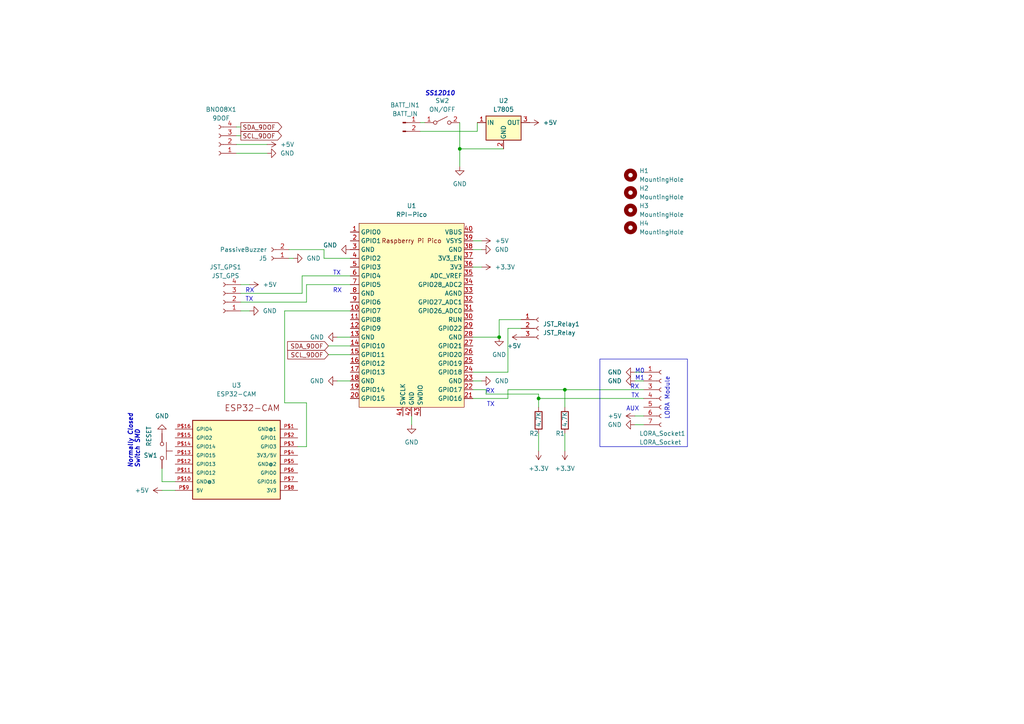
<source format=kicad_sch>
(kicad_sch (version 20230121) (generator eeschema)
  (paper "A4")
  (lib_symbols
    (symbol "Connector:Conn_01x02_Pin" (pin_names (offset 1.016) hide)
      (property "Reference" "J" (at 0 2.54 0))
      (property "Value" "Conn_01x02_Pin" (at 0 -5.08 0))
      (symbol "Conn_01x02_Pin_1_1"
        (polyline (pts (xy 1.27 -2.54) (xy 0.8636 -2.54)) (stroke (width 0.1524)))
        (polyline (pts (xy 1.27 0) (xy 0.8636 0)) (stroke (width 0.1524)))
        (rectangle (start 0.8636 -2.413) (end 0 -2.667) (stroke (width 0.1524)) (fill (type outline)))
        (rectangle (start 0.8636 0.127) (end 0 -0.127) (stroke (width 0.1524)) (fill (type outline)))
        (pin passive line (at 5.08 0 180) (length 3.81) (name "Pin_1") (number "1"))
        (pin passive line (at 5.08 -2.54 180) (length 3.81) (name "Pin_2") (number "2"))
      )
    )
    (symbol "Connector:Conn_01x02_Socket" (pin_names (offset 1.016) hide)
      (property "Reference" "J" (at 0 2.54 0))
      (property "Value" "Conn_01x02_Socket" (at 0 -5.08 0))
      (symbol "Conn_01x02_Socket_1_1"
        (arc (start 0 -2.032) (mid -0.5058 -2.54) (end 0 -3.048) (stroke (width 0.1524)))
        (polyline (pts (xy -1.27 -2.54) (xy -0.508 -2.54)) (stroke (width 0.1524)))
        (polyline (pts (xy -1.27 0) (xy -0.508 0)) (stroke (width 0.1524)))
        (arc (start 0 0.508) (mid -0.5058 0) (end 0 -0.508) (stroke (width 0.1524)))
        (pin passive line (at -5.08 0 0) (length 3.81) (name "Pin_1") (number "1"))
        (pin passive line (at -5.08 -2.54 0) (length 3.81) (name "Pin_2") (number "2"))
      )
    )
    (symbol "Connector:Conn_01x03_Socket" (pin_names (offset 1.016) hide)
      (property "Reference" "J" (at 0 5.08 0))
      (property "Value" "Conn_01x03_Socket" (at 0 -5.08 0))
      (symbol "Conn_01x03_Socket_1_1"
        (arc (start 0 -2.032) (mid -0.5058 -2.54) (end 0 -3.048) (stroke (width 0.1524)))
        (polyline (pts (xy -1.27 -2.54) (xy -0.508 -2.54)) (stroke (width 0.1524)))
        (polyline (pts (xy -1.27 0) (xy -0.508 0)) (stroke (width 0.1524)))
        (polyline (pts (xy -1.27 2.54) (xy -0.508 2.54)) (stroke (width 0.1524)))
        (arc (start 0 0.508) (mid -0.5058 0) (end 0 -0.508) (stroke (width 0.1524)))
        (arc (start 0 3.048) (mid -0.5058 2.54) (end 0 2.032) (stroke (width 0.1524)))
        (pin passive line (at -5.08 2.54 0) (length 3.81) (name "Pin_1") (number "1"))
        (pin passive line (at -5.08 0 0) (length 3.81) (name "Pin_2") (number "2"))
        (pin passive line (at -5.08 -2.54 0) (length 3.81) (name "Pin_3") (number "3"))
      )
    )
    (symbol "Connector:Conn_01x04_Socket" (pin_names (offset 1.016) hide)
      (property "Reference" "J" (at 0 5.08 0))
      (property "Value" "Conn_01x04_Socket" (at 0 -7.62 0))
      (symbol "Conn_01x04_Socket_1_1"
        (arc (start 0 -4.572) (mid -0.5058 -5.08) (end 0 -5.588) (stroke (width 0.1524)))
        (arc (start 0 -2.032) (mid -0.5058 -2.54) (end 0 -3.048) (stroke (width 0.1524)))
        (polyline (pts (xy -1.27 -5.08) (xy -0.508 -5.08)) (stroke (width 0.1524)))
        (polyline (pts (xy -1.27 -2.54) (xy -0.508 -2.54)) (stroke (width 0.1524)))
        (polyline (pts (xy -1.27 0) (xy -0.508 0)) (stroke (width 0.1524)))
        (polyline (pts (xy -1.27 2.54) (xy -0.508 2.54)) (stroke (width 0.1524)))
        (arc (start 0 0.508) (mid -0.5058 0) (end 0 -0.508) (stroke (width 0.1524)))
        (arc (start 0 3.048) (mid -0.5058 2.54) (end 0 2.032) (stroke (width 0.1524)))
        (pin passive line (at -5.08 2.54 0) (length 3.81) (name "Pin_1") (number "1"))
        (pin passive line (at -5.08 0 0) (length 3.81) (name "Pin_2") (number "2"))
        (pin passive line (at -5.08 -2.54 0) (length 3.81) (name "Pin_3") (number "3"))
        (pin passive line (at -5.08 -5.08 0) (length 3.81) (name "Pin_4") (number "4"))
      )
    )
    (symbol "Connector:Conn_01x07_Socket" (pin_names (offset 1.016) hide)
      (property "Reference" "J" (at 0 10.16 0))
      (property "Value" "Conn_01x07_Socket" (at 0 -10.16 0))
      (symbol "Conn_01x07_Socket_1_1"
        (arc (start 0 -7.112) (mid -0.5058 -7.62) (end 0 -8.128) (stroke (width 0.1524)))
        (arc (start 0 -4.572) (mid -0.5058 -5.08) (end 0 -5.588) (stroke (width 0.1524)))
        (arc (start 0 -2.032) (mid -0.5058 -2.54) (end 0 -3.048) (stroke (width 0.1524)))
        (polyline (pts (xy -1.27 -7.62) (xy -0.508 -7.62)) (stroke (width 0.1524)))
        (polyline (pts (xy -1.27 -5.08) (xy -0.508 -5.08)) (stroke (width 0.1524)))
        (polyline (pts (xy -1.27 -2.54) (xy -0.508 -2.54)) (stroke (width 0.1524)))
        (polyline (pts (xy -1.27 0) (xy -0.508 0)) (stroke (width 0.1524)))
        (polyline (pts (xy -1.27 2.54) (xy -0.508 2.54)) (stroke (width 0.1524)))
        (polyline (pts (xy -1.27 5.08) (xy -0.508 5.08)) (stroke (width 0.1524)))
        (polyline (pts (xy -1.27 7.62) (xy -0.508 7.62)) (stroke (width 0.1524)))
        (arc (start 0 0.508) (mid -0.5058 0) (end 0 -0.508) (stroke (width 0.1524)))
        (arc (start 0 3.048) (mid -0.5058 2.54) (end 0 2.032) (stroke (width 0.1524)))
        (arc (start 0 5.588) (mid -0.5058 5.08) (end 0 4.572) (stroke (width 0.1524)))
        (arc (start 0 8.128) (mid -0.5058 7.62) (end 0 7.112) (stroke (width 0.1524)))
        (pin passive line (at -5.08 7.62 0) (length 3.81) (name "Pin_1") (number "1"))
        (pin passive line (at -5.08 5.08 0) (length 3.81) (name "Pin_2") (number "2"))
        (pin passive line (at -5.08 2.54 0) (length 3.81) (name "Pin_3") (number "3"))
        (pin passive line (at -5.08 0 0) (length 3.81) (name "Pin_4") (number "4"))
        (pin passive line (at -5.08 -2.54 0) (length 3.81) (name "Pin_5") (number "5"))
        (pin passive line (at -5.08 -5.08 0) (length 3.81) (name "Pin_6") (number "6"))
        (pin passive line (at -5.08 -7.62 0) (length 3.81) (name "Pin_7") (number "7"))
      )
    )
    (symbol "Device:R" (pin_numbers hide) (pin_names (offset 0))
      (property "Reference" "R" (at 2.032 0 90))
      (property "Value" "R" (at 0 0 90))
      (symbol "R_0_1"
        (rectangle (start -1.016 -2.54) (end 1.016 2.54) (stroke (width 0.254)))
      )
      (symbol "R_1_1"
        (pin passive line (at 0 3.81 270) (length 1.27) (name "~") (number "1"))
        (pin passive line (at 0 -3.81 90) (length 1.27) (name "~") (number "2"))
      )
    )
    (symbol "ESP32-CAM:ESP32-CAM" (pin_names (offset 1.016))
      (property "Reference" "U" (at 0 0 0))
      (property "Value" "ESP32-CAM" (at 0 0 0))
      (symbol "ESP32-CAM_0_0"
        (rectangle (start -12.7 -10.16) (end 12.7 12.7) (stroke (width 0.254)) (fill (type background)))
        (text "ESP32-CAM" (at -12.7 15.24 0) (effects (font (size 1.778 1.778)) (justify left bottom)))
        (pin bidirectional line (at -17.78 10.16 0) (length 5.08) (name "GND@1") (number "P$1"))
        (pin bidirectional line (at 17.78 -5.08 180) (length 5.08) (name "GND@3") (number "P$10"))
        (pin bidirectional line (at 17.78 -2.54 180) (length 5.08) (name "GPIO12") (number "P$11"))
        (pin bidirectional line (at 17.78 0 180) (length 5.08) (name "GPIO13") (number "P$12"))
        (pin bidirectional line (at 17.78 2.54 180) (length 5.08) (name "GPIO15") (number "P$13"))
        (pin bidirectional line (at 17.78 5.08 180) (length 5.08) (name "GPIO14") (number "P$14"))
        (pin bidirectional line (at 17.78 7.62 180) (length 5.08) (name "GPIO2") (number "P$15"))
        (pin bidirectional line (at 17.78 10.16 180) (length 5.08) (name "GPIO4") (number "P$16"))
        (pin bidirectional line (at -17.78 7.62 0) (length 5.08) (name "GPIO1") (number "P$2"))
        (pin bidirectional line (at -17.78 5.08 0) (length 5.08) (name "GPIO3") (number "P$3"))
        (pin bidirectional line (at -17.78 2.54 0) (length 5.08) (name "3V3/5V") (number "P$4"))
        (pin bidirectional line (at -17.78 0 0) (length 5.08) (name "GND@2") (number "P$5"))
        (pin bidirectional line (at -17.78 -2.54 0) (length 5.08) (name "GPIO0") (number "P$6"))
        (pin bidirectional line (at -17.78 -5.08 0) (length 5.08) (name "GPIO16") (number "P$7"))
        (pin bidirectional line (at -17.78 -7.62 0) (length 5.08) (name "3V3") (number "P$8"))
        (pin bidirectional line (at 17.78 -7.62 180) (length 5.08) (name "5V") (number "P$9"))
      )
    )
    (symbol "Mechanical:MountingHole" (pin_names (offset 1.016))
      (property "Reference" "H" (at 0 5.08 0))
      (property "Value" "MountingHole" (at 0 3.175 0))
      (symbol "MountingHole_0_1"
        (circle (center 0 0) (radius 1.27) (stroke (width 1.27)))
      )
    )
    (symbol "RP2040:Pico"
      (property "Reference" "U" (at -13.97 27.94 0))
      (property "Value" "Pico" (at 0 19.05 0))
      (symbol "Pico_0_0"
        (text "Raspberry Pi Pico" (at 0 21.59 0) (effects (font (size 1.27 1.27))))
      )
      (symbol "Pico_0_1"
        (rectangle (start -15.24 26.67) (end 15.24 -26.67) (fill (type background)))
      )
      (symbol "Pico_1_1"
        (pin bidirectional line (at -17.78 24.13 0) (length 2.54) (name "GPIO0") (number "1"))
        (pin bidirectional line (at -17.78 1.27 0) (length 2.54) (name "GPIO7") (number "10"))
        (pin bidirectional line (at -17.78 -1.27 0) (length 2.54) (name "GPIO8") (number "11"))
        (pin bidirectional line (at -17.78 -3.81 0) (length 2.54) (name "GPIO9") (number "12"))
        (pin power_in line (at -17.78 -6.35 0) (length 2.54) (name "GND") (number "13"))
        (pin bidirectional line (at -17.78 -8.89 0) (length 2.54) (name "GPIO10") (number "14"))
        (pin bidirectional line (at -17.78 -11.43 0) (length 2.54) (name "GPIO11") (number "15"))
        (pin bidirectional line (at -17.78 -13.97 0) (length 2.54) (name "GPIO12") (number "16"))
        (pin bidirectional line (at -17.78 -16.51 0) (length 2.54) (name "GPIO13") (number "17"))
        (pin power_in line (at -17.78 -19.05 0) (length 2.54) (name "GND") (number "18"))
        (pin bidirectional line (at -17.78 -21.59 0) (length 2.54) (name "GPIO14") (number "19"))
        (pin bidirectional line (at -17.78 21.59 0) (length 2.54) (name "GPIO1") (number "2"))
        (pin bidirectional line (at -17.78 -24.13 0) (length 2.54) (name "GPIO15") (number "20"))
        (pin bidirectional line (at 17.78 -24.13 180) (length 2.54) (name "GPIO16") (number "21"))
        (pin bidirectional line (at 17.78 -21.59 180) (length 2.54) (name "GPIO17") (number "22"))
        (pin power_in line (at 17.78 -19.05 180) (length 2.54) (name "GND") (number "23"))
        (pin bidirectional line (at 17.78 -16.51 180) (length 2.54) (name "GPIO18") (number "24"))
        (pin bidirectional line (at 17.78 -13.97 180) (length 2.54) (name "GPIO19") (number "25"))
        (pin bidirectional line (at 17.78 -11.43 180) (length 2.54) (name "GPIO20") (number "26"))
        (pin bidirectional line (at 17.78 -8.89 180) (length 2.54) (name "GPIO21") (number "27"))
        (pin power_in line (at 17.78 -6.35 180) (length 2.54) (name "GND") (number "28"))
        (pin bidirectional line (at 17.78 -3.81 180) (length 2.54) (name "GPIO22") (number "29"))
        (pin power_in line (at -17.78 19.05 0) (length 2.54) (name "GND") (number "3"))
        (pin input line (at 17.78 -1.27 180) (length 2.54) (name "RUN") (number "30"))
        (pin bidirectional line (at 17.78 1.27 180) (length 2.54) (name "GPIO26_ADC0") (number "31"))
        (pin bidirectional line (at 17.78 3.81 180) (length 2.54) (name "GPIO27_ADC1") (number "32"))
        (pin power_in line (at 17.78 6.35 180) (length 2.54) (name "AGND") (number "33"))
        (pin bidirectional line (at 17.78 8.89 180) (length 2.54) (name "GPIO28_ADC2") (number "34"))
        (pin power_in line (at 17.78 11.43 180) (length 2.54) (name "ADC_VREF") (number "35"))
        (pin power_in line (at 17.78 13.97 180) (length 2.54) (name "3V3") (number "36"))
        (pin input line (at 17.78 16.51 180) (length 2.54) (name "3V3_EN") (number "37"))
        (pin bidirectional line (at 17.78 19.05 180) (length 2.54) (name "GND") (number "38"))
        (pin power_in line (at 17.78 21.59 180) (length 2.54) (name "VSYS") (number "39"))
        (pin bidirectional line (at -17.78 16.51 0) (length 2.54) (name "GPIO2") (number "4"))
        (pin power_in line (at 17.78 24.13 180) (length 2.54) (name "VBUS") (number "40"))
        (pin input line (at -2.54 -29.21 90) (length 2.54) (name "SWCLK") (number "41"))
        (pin power_in line (at 0 -29.21 90) (length 2.54) (name "GND") (number "42"))
        (pin bidirectional line (at 2.54 -29.21 90) (length 2.54) (name "SWDIO") (number "43"))
        (pin bidirectional line (at -17.78 13.97 0) (length 2.54) (name "GPIO3") (number "5"))
        (pin bidirectional line (at -17.78 11.43 0) (length 2.54) (name "GPIO4") (number "6"))
        (pin bidirectional line (at -17.78 8.89 0) (length 2.54) (name "GPIO5") (number "7"))
        (pin power_in line (at -17.78 6.35 0) (length 2.54) (name "GND") (number "8"))
        (pin bidirectional line (at -17.78 3.81 0) (length 2.54) (name "GPIO6") (number "9"))
      )
    )
    (symbol "Regulator_Linear:L7805" (pin_names (offset 0.254))
      (property "Reference" "U" (at -3.81 3.175 0))
      (property "Value" "L7805" (at 0 3.175 0))
      (symbol "L7805_0_1"
        (rectangle (start -5.08 1.905) (end 5.08 -5.08) (stroke (width 0.254)) (fill (type background)))
      )
      (symbol "L7805_1_1"
        (pin power_in line (at -7.62 0 0) (length 2.54) (name "IN") (number "1"))
        (pin power_in line (at 0 -7.62 90) (length 2.54) (name "GND") (number "2"))
        (pin power_out line (at 7.62 0 180) (length 2.54) (name "OUT") (number "3"))
      )
    )
    (symbol "Switch:SW_Push" (pin_numbers hide) (pin_names (offset 1.016) hide)
      (property "Reference" "SW" (at 1.27 2.54 0))
      (property "Value" "SW_Push" (at 0 -1.524 0))
      (symbol "SW_Push_0_1"
        (circle (center -2.032 0) (radius 0.508))
        (polyline (pts (xy 0 1.27) (xy 0 3.048)))
        (polyline (pts (xy 2.54 1.27) (xy -2.54 1.27)))
        (circle (center 2.032 0) (radius 0.508))
        (pin passive line (at -5.08 0 0) (length 2.54) (name "1") (number "1"))
        (pin passive line (at 5.08 0 180) (length 2.54) (name "2") (number "2"))
      )
    )
    (symbol "Switch:SW_SPST" (pin_names (offset 0) hide)
      (property "Reference" "SW" (at 0 3.175 0))
      (property "Value" "SW_SPST" (at 0 -2.54 0))
      (symbol "SW_SPST_0_0"
        (circle (center -2.032 0) (radius 0.508))
        (polyline (pts (xy -1.524 0.254) (xy 1.524 1.778)))
        (circle (center 2.032 0) (radius 0.508))
      )
      (symbol "SW_SPST_1_1"
        (pin passive line (at -5.08 0 0) (length 2.54) (name "A") (number "1"))
        (pin passive line (at 5.08 0 180) (length 2.54) (name "B") (number "2"))
      )
    )
    (symbol "power:+3.3V" (power) (pin_names (offset 0))
      (property "Value" "+3.3V" (at 0 3.556 0))
      (symbol "+3.3V_0_1"
        (polyline (pts (xy -0.762 1.27) (xy 0 2.54)))
        (polyline (pts (xy 0 0) (xy 0 2.54)))
        (polyline (pts (xy 0 2.54) (xy 0.762 1.27)))
      )
      (symbol "+3.3V_1_1"
        (pin power_in line (at 0 0 90) (length 0) hide (name "+3.3V") (number "1"))
      )
    )
    (symbol "power:+5V" (power) (pin_names (offset 0))
      (property "Value" "+5V" (at 0 3.556 0))
      (symbol "+5V_0_1"
        (polyline (pts (xy -0.762 1.27) (xy 0 2.54)))
        (polyline (pts (xy 0 0) (xy 0 2.54)))
        (polyline (pts (xy 0 2.54) (xy 0.762 1.27)))
      )
      (symbol "+5V_1_1"
        (pin power_in line (at 0 0 90) (length 0) hide (name "+5V") (number "1"))
      )
    )
    (symbol "power:GND" (power) (pin_names (offset 0))
      (property "Value" "GND" (at 0 -3.81 0))
      (symbol "GND_0_1"
        (polyline (pts (xy 0 0) (xy 0 -1.27) (xy 1.27 -1.27) (xy 0 -2.54) (xy -1.27 -1.27) (xy 0 -1.27)))
      )
      (symbol "GND_1_1"
        (pin power_in line (at 0 0 270) (length 0) hide (name "GND") (number "1"))
      )
    )
  )
  (junction (at 163.83 113.03))
  (junction (at 156.21 115.57))
  (junction (at 133.35 43.18))
  (junction (at 144.78 97.79))
  (wire (pts (xy 156.21 114.3) (xy 156.21 115.57)))
  (wire (pts (xy 83.82 74.93) (xy 85.09 74.93)))
  (wire (pts (xy 46.99 142.24) (xy 50.8 142.24)))
  (wire (pts (xy 88.9 82.55) (xy 88.9 87.63)))
  (wire (pts (xy 82.55 90.17) (xy 82.55 116.84)))
  (wire (pts (xy 46.99 135.89) (xy 46.99 139.7)))
  (wire (pts (xy 186.69 107.95) (xy 184.15 107.95)))
  (wire (pts (xy 147.32 107.95) (xy 137.16 107.95)))
  (wire (pts (xy 93.98 74.93) (xy 101.6 74.93)))
  (wire (pts (xy 144.78 92.71) (xy 144.78 97.79)))
  (wire (pts (xy 186.69 120.65) (xy 184.15 120.65)))
  (wire (pts (xy 140.97 113.03) (xy 140.97 114.3)))
  (wire (pts (xy 147.32 113.03) (xy 147.32 115.57)))
  (wire (pts (xy 69.85 82.55) (xy 72.39 82.55)))
  (wire (pts (xy 137.16 69.85) (xy 139.7 69.85)))
  (wire (pts (xy 137.16 77.47) (xy 139.7 77.47)))
  (wire (pts (xy 88.9 87.63) (xy 69.85 87.63)))
  (wire (pts (xy 68.58 41.91) (xy 77.47 41.91)))
  (wire (pts (xy 69.85 90.17) (xy 72.39 90.17)))
  (wire (pts (xy 88.9 116.84) (xy 88.9 129.54)))
  (wire (pts (xy 83.82 72.39) (xy 93.98 72.39)))
  (wire (pts (xy 186.69 110.49) (xy 184.15 110.49)))
  (wire (pts (xy 138.43 38.1) (xy 138.43 35.56)))
  (wire (pts (xy 101.6 80.01) (xy 87.63 80.01)))
  (wire (pts (xy 101.6 90.17) (xy 82.55 90.17)))
  (wire (pts (xy 163.83 113.03) (xy 147.32 113.03)))
  (wire (pts (xy 97.79 97.79) (xy 101.6 97.79)))
  (wire (pts (xy 121.92 38.1) (xy 138.43 38.1)))
  (wire (pts (xy 82.55 116.84) (xy 88.9 116.84)))
  (wire (pts (xy 95.25 100.33) (xy 101.6 100.33)))
  (wire (pts (xy 87.63 85.09) (xy 69.85 85.09)))
  (wire (pts (xy 163.83 113.03) (xy 163.83 118.11)))
  (wire (pts (xy 133.35 35.56) (xy 133.35 43.18)))
  (wire (pts (xy 68.58 44.45) (xy 77.47 44.45)))
  (wire (pts (xy 151.13 95.25) (xy 147.32 95.25)))
  (wire (pts (xy 101.6 82.55) (xy 88.9 82.55)))
  (wire (pts (xy 147.32 95.25) (xy 147.32 107.95)))
  (wire (pts (xy 121.92 35.56) (xy 123.19 35.56)))
  (wire (pts (xy 93.98 72.39) (xy 93.98 74.93)))
  (wire (pts (xy 186.69 123.19) (xy 184.15 123.19)))
  (wire (pts (xy 133.35 43.18) (xy 146.05 43.18)))
  (wire (pts (xy 137.16 97.79) (xy 144.78 97.79)))
  (wire (pts (xy 95.25 102.87) (xy 101.6 102.87)))
  (wire (pts (xy 156.21 115.57) (xy 186.69 115.57)))
  (wire (pts (xy 87.63 80.01) (xy 87.63 85.09)))
  (wire (pts (xy 140.97 114.3) (xy 156.21 114.3)))
  (wire (pts (xy 163.83 125.73) (xy 163.83 130.81)))
  (wire (pts (xy 156.21 130.81) (xy 156.21 125.73)))
  (wire (pts (xy 69.85 39.37) (xy 68.58 39.37)))
  (wire (pts (xy 151.13 92.71) (xy 144.78 92.71)))
  (wire (pts (xy 69.85 36.83) (xy 68.58 36.83)))
  (wire (pts (xy 147.32 115.57) (xy 137.16 115.57)))
  (wire (pts (xy 133.35 48.26) (xy 133.35 43.18)))
  (wire (pts (xy 137.16 113.03) (xy 140.97 113.03)))
  (wire (pts (xy 97.79 110.49) (xy 101.6 110.49)))
  (wire (pts (xy 46.99 139.7) (xy 50.8 139.7)))
  (wire (pts (xy 137.16 72.39) (xy 139.7 72.39)))
  (wire (pts (xy 86.36 129.54) (xy 88.9 129.54)))
  (wire (pts (xy 119.38 120.65) (xy 119.38 123.19)))
  (wire (pts (xy 163.83 113.03) (xy 186.69 113.03)))
  (wire (pts (xy 156.21 118.11) (xy 156.21 115.57)))
  (wire (pts (xy 137.16 110.49) (xy 139.7 110.49)))
  (rectangle (start 173.99 104.14) (end 199.39 129.54))
  (text "TX" (at 96.52 80.01 0) (effects (font (size 1.27 1.27)) (justify left bottom)))
  (text "TX" (at 143.51 118.11 0) (effects (font (size 1.27 1.27)) (justify right bottom)))
  (text "Normally Closed\nSwitch SMD\n" (at 40.64 135.89 90) (effects (font (size 1.27 1.27) bold italic) (justify left bottom)))
  (text "RX" (at 71.12 85.09 0) (effects (font (size 1.27 1.27)) (justify left bottom)))
  (text "AUX" (at 185.42 119.38 0) (effects (font (size 1.27 1.27)) (justify right bottom)))
  (text "M0\nM1\n" (at 184.15 110.49 0) (effects (font (size 1.27 1.27)) (justify left bottom)))
  (text "TX" (at 71.12 87.63 0) (effects (font (size 1.27 1.27)) (justify left bottom)))
  (text "LORA Module\n" (at 194.31 109.22 90) (effects (font (size 1.27 1.27)) (justify right bottom)))
  (text "RX" (at 185.42 113.03 0) (effects (font (size 1.27 1.27)) (justify right bottom)))
  (text "RX" (at 143.51 114.3 0) (effects (font (size 1.27 1.27)) (justify right bottom)))
  (text "RX" (at 96.52 85.09 0) (effects (font (size 1.27 1.27)) (justify left bottom)))
  (text "SS12D10" (at 132.08 27.94 0) (effects (font (size 1.27 1.27) (thickness 0.254) bold italic) (justify right bottom)))
  (text "TX" (at 185.42 115.57 0) (effects (font (size 1.27 1.27)) (justify right bottom)))
  (global_label "SCL_9DOF" (shape input) (at 95.25 102.87 180) (property "Intersheetrefs" "${INTERSHEET_REFS}" (effects hide)))
  (global_label "SDA_9DOF" (shape input) (at 95.25 100.33 180) (property "Intersheetrefs" "${INTERSHEET_REFS}" (effects hide)))
  (global_label "SDA_9DOF" (shape output) (at 69.85 36.83 0) (property "Intersheetrefs" "${INTERSHEET_REFS}" (effects hide)))
  (global_label "SCL_9DOF" (shape output) (at 69.85 39.37 0) (property "Intersheetrefs" "${INTERSHEET_REFS}" (effects hide)))
  (symbol (lib_id "Regulator_Linear:L7805") (at 146.05 35.56 0) (unit 1)
    (property "Reference" "U2" (at 146.05 29.21 0))
    (property "Value" "L7805" (at 146.05 31.75 0))
    (property "Footprint" "Package_TO_SOT_THT:TO-220-3_Horizontal_TabDown" (effects hide))
    (property "Datasheet" "http://www.st.com/content/ccc/resource/technical/document/datasheet/41/4f/b3/b0/12/d4/47/88/CD00000444.pdf/files/CD00000444.pdf/jcr:content/translations/en.CD00000444.pdf" (effects hide))
  )
  (symbol (lib_id "Connector:Conn_01x02_Pin") (at 116.84 35.56 0) (unit 1)
    (property "Reference" "BATT_IN1" (at 117.475 30.48 0))
    (property "Value" "BATT_IN" (at 117.475 33.02 0))
    (property "Footprint" "Connector_PinSocket_2.54mm:PinSocket_1x02_P2.54mm_Vertical" (effects hide))
  )
  (symbol (lib_id "power:GND") (at 133.35 48.26 0) (unit 1)
    (property "Reference" "#PWR012" (effects hide))
    (property "Value" "GND" (at 133.35 53.34 0))
  )
  (symbol (lib_id "power:GND") (at 139.7 110.49 90) (unit 1)
    (property "Reference" "#PWR010" (effects hide))
    (property "Value" "GND" (at 143.51 110.49 90) (effects (justify right)))
  )
  (symbol (lib_id "Device:R") (at 163.83 121.92 180) (unit 1)
    (property "Reference" "R1" (at 163.83 125.73 0) (effects (justify left)))
    (property "Value" "4.7K" (at 163.83 119.38 90) (effects (justify left)))
    (property "Footprint" "Resistor_THT:R_Axial_DIN0207_L6.3mm_D2.5mm_P10.16mm_Horizontal" (effects hide))
  )
  (symbol (lib_id "power:+3.3V") (at 163.83 130.81 180) (unit 1)
    (property "Reference" "#PWR017" (effects hide))
    (property "Value" "+3.3V" (at 163.83 135.89 0))
  )
  (symbol (lib_id "power:GND") (at 77.47 44.45 90) (unit 1)
    (property "Reference" "#PWR04" (effects hide))
    (property "Value" "GND" (at 81.28 44.45 90) (effects (justify right)))
  )
  (symbol (lib_id "power:+5V") (at 46.99 142.24 90) (unit 1)
    (property "Reference" "#PWR025" (effects hide))
    (property "Value" "+5V" (at 43.18 142.24 90) (effects (justify left)))
  )
  (symbol (lib_id "power:GND") (at 72.39 90.17 90) (unit 1)
    (property "Reference" "#PWR020" (effects hide))
    (property "Value" "GND" (at 76.2 90.17 90) (effects (justify right)))
  )
  (symbol (lib_id "power:GND") (at 144.78 97.79 0) (unit 1)
    (property "Reference" "#PWR011" (effects hide))
    (property "Value" "GND" (at 144.78 102.87 0))
  )
  (symbol (lib_id "power:GND") (at 97.79 110.49 270) (unit 1)
    (property "Reference" "#PWR08" (effects hide))
    (property "Value" "GND" (at 93.98 110.49 90) (effects (justify right)))
  )
  (symbol (lib_id "power:GND") (at 184.15 123.19 270) (unit 1)
    (property "Reference" "#PWR014" (effects hide))
    (property "Value" "GND" (at 180.34 123.19 90) (effects (justify right)))
  )
  (symbol (lib_id "Mechanical:MountingHole") (at 182.88 50.8 0) (unit 1)
    (property "Reference" "H1" (at 185.42 49.53 0) (effects (justify left)))
    (property "Value" "MountingHole" (at 185.42 52.07 0) (effects (justify left)))
  )
  (symbol (lib_id "RP2040:Pico") (at 119.38 91.44 0) (unit 1)
    (property "Reference" "U1" (at 119.38 59.69 0))
    (property "Value" "RPI-Pico" (at 119.38 62.23 0))
    (property "Footprint" "RpiPico:RPi_Pico_SMD_TH" (effects hide))
  )
  (symbol (lib_id "Device:R") (at 156.21 121.92 180) (unit 1)
    (property "Reference" "R2" (at 156.21 125.73 0) (effects (justify left)))
    (property "Value" "4.7K" (at 156.21 119.38 90) (effects (justify left)))
    (property "Footprint" "Resistor_THT:R_Axial_DIN0207_L6.3mm_D2.5mm_P10.16mm_Horizontal" (effects hide))
  )
  (symbol (lib_id "power:+5V") (at 151.13 97.79 90) (unit 1)
    (property "Reference" "#PWR06" (effects hide))
    (property "Value" "+5V" (at 151.13 100.33 90) (effects (justify left)))
  )
  (symbol (lib_id "Mechanical:MountingHole") (at 182.88 55.88 0) (unit 1)
    (property "Reference" "H2" (at 185.42 54.61 0) (effects (justify left)))
    (property "Value" "MountingHole" (at 185.42 57.15 0) (effects (justify left)))
  )
  (symbol (lib_id "power:GND") (at 97.79 97.79 270) (unit 1)
    (property "Reference" "#PWR07" (effects hide))
    (property "Value" "GND" (at 93.98 97.79 90) (effects (justify right)))
  )
  (symbol (lib_id "power:GND") (at 119.38 123.19 0) (unit 1)
    (property "Reference" "#PWR09" (effects hide))
    (property "Value" "GND" (at 119.38 128.27 0))
  )
  (symbol (lib_id "Mechanical:MountingHole") (at 182.88 60.96 0) (unit 1)
    (property "Reference" "H3" (at 185.42 59.69 0) (effects (justify left)))
    (property "Value" "MountingHole" (at 185.42 62.23 0) (effects (justify left)))
  )
  (symbol (lib_id "Connector:Conn_01x04_Socket") (at 63.5 41.91 180) (unit 1)
    (property "Reference" "BNO08X1" (at 64.135 31.75 0))
    (property "Value" "9DOF" (at 64.135 34.29 0))
    (property "Footprint" "Connector_PinSocket_2.54mm:PinSocket_1x04_P2.54mm_Vertical" (effects hide))
  )
  (symbol (lib_id "power:+5V") (at 153.67 35.56 270) (unit 1)
    (property "Reference" "#PWR013" (effects hide))
    (property "Value" "+5V" (at 157.48 35.56 90) (effects (justify left)))
  )
  (symbol (lib_id "power:GND") (at 184.15 107.95 270) (unit 1)
    (property "Reference" "#PWR023" (effects hide))
    (property "Value" "GND" (at 180.34 107.95 90) (effects (justify right)))
  )
  (symbol (lib_id "power:+5V") (at 139.7 69.85 270) (unit 1)
    (property "Reference" "#PWR02" (effects hide))
    (property "Value" "+5V" (at 143.51 69.85 90) (effects (justify left)))
  )
  (symbol (lib_id "power:GND") (at 139.7 72.39 90) (unit 1)
    (property "Reference" "#PWR03" (effects hide))
    (property "Value" "GND" (at 143.51 72.39 90) (effects (justify right)))
  )
  (symbol (lib_id "power:+3.3V") (at 156.21 130.81 180) (unit 1)
    (property "Reference" "#PWR018" (effects hide))
    (property "Value" "+3.3V" (at 156.21 135.89 0))
  )
  (symbol (lib_id "power:+3.3V") (at 139.7 77.47 270) (unit 1)
    (property "Reference" "#PWR016" (effects hide))
    (property "Value" "+3.3V" (at 143.51 77.47 90) (effects (justify left)))
  )
  (symbol (lib_id "Connector:Conn_01x03_Socket") (at 156.21 95.25 0) (unit 1)
    (property "Reference" "JST_Relay1" (at 157.48 93.98 0) (effects (justify left)))
    (property "Value" "JST_Relay" (at 157.48 96.52 0) (effects (justify left)))
    (property "Footprint" "Connector_JST:JST_EH_S3B-EH_1x03_P2.50mm_Horizontal" (effects hide))
  )
  (symbol (lib_id "power:+5V") (at 77.47 41.91 270) (unit 1)
    (property "Reference" "#PWR01" (effects hide))
    (property "Value" "+5V" (at 81.28 41.91 90) (effects (justify left)))
  )
  (symbol (lib_id "Switch:SW_Push") (at 46.99 130.81 270) (unit 1)
    (property "Reference" "SW1" (at 45.72 132.08 90) (effects (justify right)))
    (property "Value" "RESET" (at 43.18 129.54 0) (effects (justify right)))
    (property "Footprint" "Button_Switch_SMD:SW_DIP_SPSTx01_Slide_6.7x4.1mm_W8.61mm_P2.54mm_LowProfile" (effects hide))
  )
  (symbol (lib_id "ESP32-CAM:ESP32-CAM") (at 68.58 134.62 0) (mirror y) (unit 1)
    (property "Reference" "U3" (at 68.58 111.76 0))
    (property "Value" "ESP32-CAM" (at 68.58 114.3 0))
    (property "Footprint" "ESP32-CAM:ESP32-CAM" (effects hide))
    (property "MF" "AI-Thinker" (effects hide))
    (property "Description" "\nESP32 ESP32 Transceiver; 802.11 a/b/g/n (Wi-Fi, WiFi, WLAN), Bluetooth® Smart 4.x Low Energy (BLE) Evaluation Board\n" (effects hide))
    (property "Package" "None" (effects hide))
    (property "Price" "None" (effects hide))
    (property "SnapEDA_Link" "https://www.snapeda.com/parts/ESP32-CAM/AI-Thinker/view-part/?ref=snap" (effects hide))
    (property "MP" "ESP32-CAM" (effects hide))
    (property "Availability" "Not in stock" (effects hide))
    (property "Check_prices" "https://www.snapeda.com/parts/ESP32-CAM/AI-Thinker/view-part/?ref=eda" (effects hide))
  )
  (symbol (lib_id "power:+5V") (at 72.39 82.55 270) (unit 1)
    (property "Reference" "#PWR021" (effects hide))
    (property "Value" "+5V" (at 76.2 82.55 90) (effects (justify left)))
  )
  (symbol (lib_id "Connector:Conn_01x04_Socket") (at 64.77 87.63 180) (unit 1)
    (property "Reference" "JST_GPS1" (at 65.405 77.47 0))
    (property "Value" "JST_GPS" (at 65.405 80.01 0))
    (property "Footprint" "Connector_JST:JST_EH_S4B-EH_1x04_P2.50mm_Horizontal" (effects hide))
  )
  (symbol (lib_id "Connector:Conn_01x02_Socket") (at 78.74 74.93 180) (unit 1)
    (property "Reference" "J5" (at 77.47 74.93 0) (effects (justify left)))
    (property "Value" "PassiveBuzzer" (at 77.47 72.39 0) (effects (justify left)))
    (property "Footprint" "Buzzer_Beeper:MagneticBuzzer_Kobitone_254-EMB73-RO" (effects hide))
  )
  (symbol (lib_id "power:GND") (at 184.15 110.49 270) (unit 1)
    (property "Reference" "#PWR022" (effects hide))
    (property "Value" "GND" (at 180.34 110.49 90) (effects (justify right)))
  )
  (symbol (lib_id "power:GND") (at 101.6 72.39 270) (unit 1)
    (property "Reference" "#PWR05" (effects hide))
    (property "Value" "GND" (at 97.79 71.12 90) (effects (justify right)))
  )
  (symbol (lib_id "power:GND") (at 46.99 125.73 180) (unit 1)
    (property "Reference" "#PWR026" (effects hide))
    (property "Value" "GND" (at 46.99 120.65 0))
  )
  (symbol (lib_id "Connector:Conn_01x07_Socket") (at 191.77 115.57 0) (unit 1)
    (property "Reference" "LORA_Socket1" (at 185.42 125.73 0) (effects (justify left)))
    (property "Value" "LORA_Socket" (at 185.42 128.27 0) (effects (justify left)))
    (property "Footprint" "Connector_PinSocket_2.54mm:PinSocket_1x07_P2.54mm_Vertical" (effects hide))
  )
  (symbol (lib_id "Mechanical:MountingHole") (at 182.88 66.04 0) (unit 1)
    (property "Reference" "H4" (at 185.42 64.77 0) (effects (justify left)))
    (property "Value" "MountingHole" (at 185.42 67.31 0) (effects (justify left)))
  )
  (symbol (lib_id "power:GND") (at 85.09 74.93 90) (unit 1)
    (property "Reference" "#PWR019" (effects hide))
    (property "Value" "GND" (at 88.9 74.93 90) (effects (justify right)))
  )
  (symbol (lib_id "Switch:SW_SPST") (at 128.27 35.56 0) (unit 1)
    (property "Reference" "SW2" (at 128.27 29.21 0))
    (property "Value" "ON/OFF" (at 128.27 31.75 0))
    (property "Footprint" "SS2D10:SS12D10" (effects hide))
  )
  (symbol (lib_id "power:+5V") (at 184.15 120.65 90) (unit 1)
    (property "Reference" "#PWR015" (effects hide))
    (property "Value" "+5V" (at 180.34 120.65 90) (effects (justify left)))
  )
)
</source>
